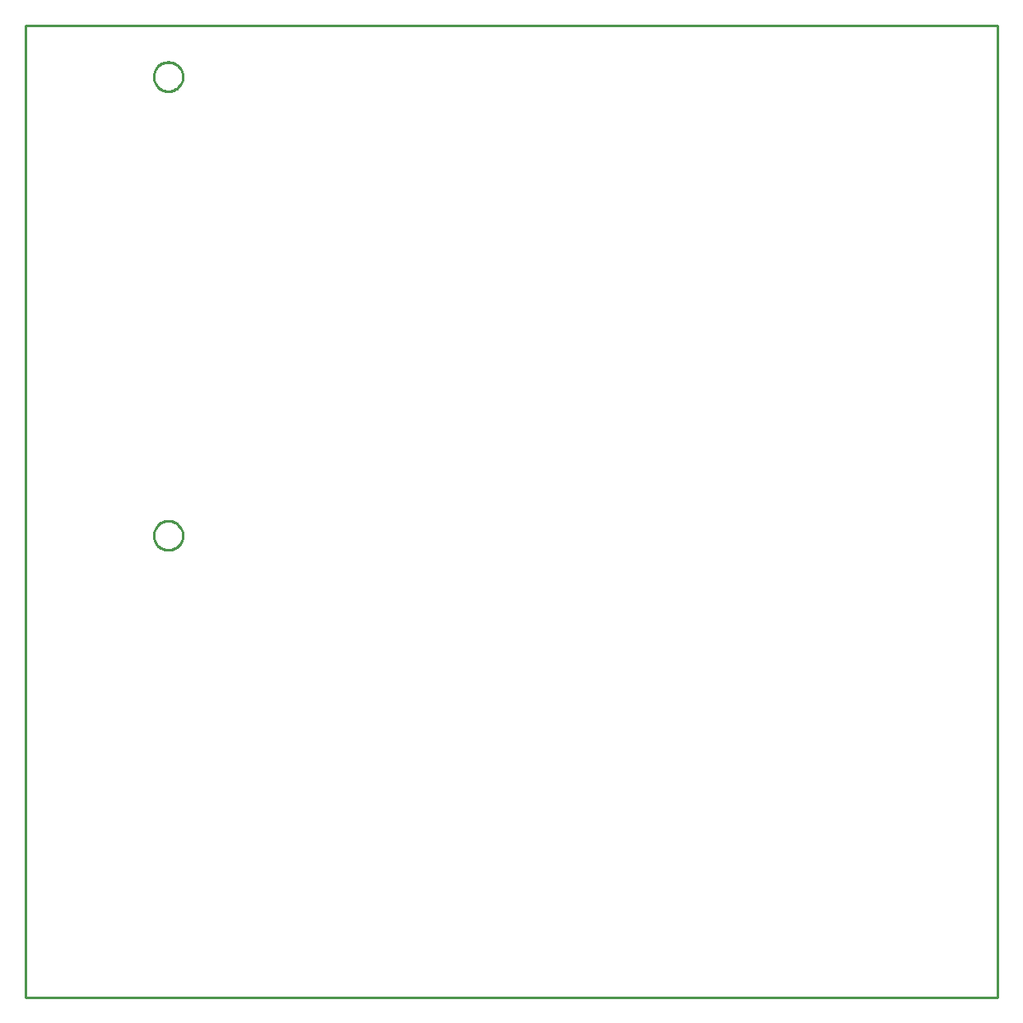
<source format=gbr>
G04 EAGLE Gerber X2 export*
G75*
%MOMM*%
%FSLAX34Y34*%
%LPD*%
%AMOC8*
5,1,8,0,0,1.08239X$1,22.5*%
G01*
%ADD10C,0.254000*%


D10*
X0Y0D02*
X1000000Y0D01*
X1000000Y1000000D01*
X0Y1000000D01*
X0Y0D01*
X146189Y460200D02*
X145121Y460276D01*
X144060Y460429D01*
X143013Y460657D01*
X141985Y460959D01*
X140981Y461333D01*
X140006Y461778D01*
X139066Y462292D01*
X138165Y462871D01*
X137307Y463513D01*
X136497Y464215D01*
X135740Y464972D01*
X135038Y465782D01*
X134396Y466640D01*
X133817Y467541D01*
X133303Y468481D01*
X132858Y469456D01*
X132484Y470460D01*
X132182Y471488D01*
X131954Y472535D01*
X131801Y473596D01*
X131725Y474664D01*
X131725Y475736D01*
X131801Y476804D01*
X131954Y477865D01*
X132182Y478912D01*
X132484Y479940D01*
X132858Y480944D01*
X133303Y481919D01*
X133817Y482859D01*
X134396Y483760D01*
X135038Y484618D01*
X135740Y485428D01*
X136497Y486185D01*
X137307Y486887D01*
X138165Y487529D01*
X139066Y488108D01*
X140006Y488622D01*
X140981Y489067D01*
X141985Y489441D01*
X143013Y489743D01*
X144060Y489971D01*
X145121Y490124D01*
X146189Y490200D01*
X147261Y490200D01*
X148329Y490124D01*
X149390Y489971D01*
X150437Y489743D01*
X151465Y489441D01*
X152469Y489067D01*
X153444Y488622D01*
X154384Y488108D01*
X155285Y487529D01*
X156143Y486887D01*
X156953Y486185D01*
X157710Y485428D01*
X158412Y484618D01*
X159054Y483760D01*
X159633Y482859D01*
X160147Y481919D01*
X160592Y480944D01*
X160966Y479940D01*
X161268Y478912D01*
X161496Y477865D01*
X161649Y476804D01*
X161725Y475736D01*
X161725Y474664D01*
X161649Y473596D01*
X161496Y472535D01*
X161268Y471488D01*
X160966Y470460D01*
X160592Y469456D01*
X160147Y468481D01*
X159633Y467541D01*
X159054Y466640D01*
X158412Y465782D01*
X157710Y464972D01*
X156953Y464215D01*
X156143Y463513D01*
X155285Y462871D01*
X154384Y462292D01*
X153444Y461778D01*
X152469Y461333D01*
X151465Y460959D01*
X150437Y460657D01*
X149390Y460429D01*
X148329Y460276D01*
X147261Y460200D01*
X146189Y460200D01*
X146189Y932200D02*
X145121Y932276D01*
X144060Y932429D01*
X143013Y932657D01*
X141985Y932959D01*
X140981Y933333D01*
X140006Y933778D01*
X139066Y934292D01*
X138165Y934871D01*
X137307Y935513D01*
X136497Y936215D01*
X135740Y936972D01*
X135038Y937782D01*
X134396Y938640D01*
X133817Y939541D01*
X133303Y940481D01*
X132858Y941456D01*
X132484Y942460D01*
X132182Y943488D01*
X131954Y944535D01*
X131801Y945596D01*
X131725Y946664D01*
X131725Y947736D01*
X131801Y948804D01*
X131954Y949865D01*
X132182Y950912D01*
X132484Y951940D01*
X132858Y952944D01*
X133303Y953919D01*
X133817Y954859D01*
X134396Y955760D01*
X135038Y956618D01*
X135740Y957428D01*
X136497Y958185D01*
X137307Y958887D01*
X138165Y959529D01*
X139066Y960108D01*
X140006Y960622D01*
X140981Y961067D01*
X141985Y961441D01*
X143013Y961743D01*
X144060Y961971D01*
X145121Y962124D01*
X146189Y962200D01*
X147261Y962200D01*
X148329Y962124D01*
X149390Y961971D01*
X150437Y961743D01*
X151465Y961441D01*
X152469Y961067D01*
X153444Y960622D01*
X154384Y960108D01*
X155285Y959529D01*
X156143Y958887D01*
X156953Y958185D01*
X157710Y957428D01*
X158412Y956618D01*
X159054Y955760D01*
X159633Y954859D01*
X160147Y953919D01*
X160592Y952944D01*
X160966Y951940D01*
X161268Y950912D01*
X161496Y949865D01*
X161649Y948804D01*
X161725Y947736D01*
X161725Y946664D01*
X161649Y945596D01*
X161496Y944535D01*
X161268Y943488D01*
X160966Y942460D01*
X160592Y941456D01*
X160147Y940481D01*
X159633Y939541D01*
X159054Y938640D01*
X158412Y937782D01*
X157710Y936972D01*
X156953Y936215D01*
X156143Y935513D01*
X155285Y934871D01*
X154384Y934292D01*
X153444Y933778D01*
X152469Y933333D01*
X151465Y932959D01*
X150437Y932657D01*
X149390Y932429D01*
X148329Y932276D01*
X147261Y932200D01*
X146189Y932200D01*
M02*

</source>
